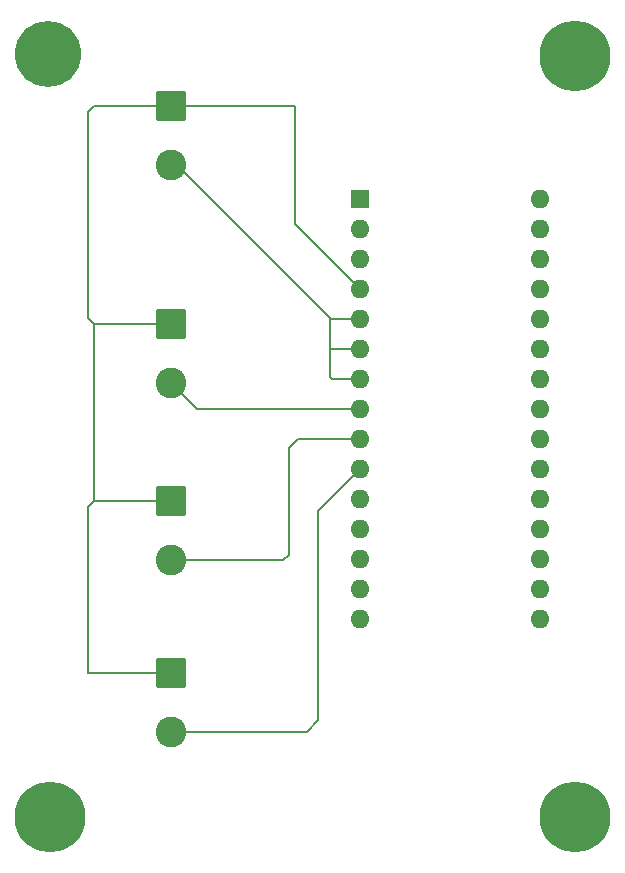
<source format=gtl>
%TF.GenerationSoftware,KiCad,Pcbnew,9.0.0*%
%TF.CreationDate,2025-04-01T16:17:38+02:00*%
%TF.ProjectId,three_camera_trigger_arduino,74687265-655f-4636-916d-6572615f7472,rev?*%
%TF.SameCoordinates,Original*%
%TF.FileFunction,Copper,L1,Top*%
%TF.FilePolarity,Positive*%
%FSLAX46Y46*%
G04 Gerber Fmt 4.6, Leading zero omitted, Abs format (unit mm)*
G04 Created by KiCad (PCBNEW 9.0.0) date 2025-04-01 16:17:38*
%MOMM*%
%LPD*%
G01*
G04 APERTURE LIST*
G04 Aperture macros list*
%AMRoundRect*
0 Rectangle with rounded corners*
0 $1 Rounding radius*
0 $2 $3 $4 $5 $6 $7 $8 $9 X,Y pos of 4 corners*
0 Add a 4 corners polygon primitive as box body*
4,1,4,$2,$3,$4,$5,$6,$7,$8,$9,$2,$3,0*
0 Add four circle primitives for the rounded corners*
1,1,$1+$1,$2,$3*
1,1,$1+$1,$4,$5*
1,1,$1+$1,$6,$7*
1,1,$1+$1,$8,$9*
0 Add four rect primitives between the rounded corners*
20,1,$1+$1,$2,$3,$4,$5,0*
20,1,$1+$1,$4,$5,$6,$7,0*
20,1,$1+$1,$6,$7,$8,$9,0*
20,1,$1+$1,$8,$9,$2,$3,0*%
G04 Aperture macros list end*
%TA.AperFunction,ComponentPad*%
%ADD10C,3.400000*%
%TD*%
%TA.AperFunction,ConnectorPad*%
%ADD11C,6.000000*%
%TD*%
%TA.AperFunction,ComponentPad*%
%ADD12C,3.600000*%
%TD*%
%TA.AperFunction,ConnectorPad*%
%ADD13C,5.600000*%
%TD*%
%TA.AperFunction,ComponentPad*%
%ADD14C,2.600000*%
%TD*%
%TA.AperFunction,ComponentPad*%
%ADD15RoundRect,0.250000X-1.050000X1.050000X-1.050000X-1.050000X1.050000X-1.050000X1.050000X1.050000X0*%
%TD*%
%TA.AperFunction,ComponentPad*%
%ADD16R,1.600000X1.600000*%
%TD*%
%TA.AperFunction,ComponentPad*%
%ADD17O,1.600000X1.600000*%
%TD*%
%TA.AperFunction,Conductor*%
%ADD18C,0.200000*%
%TD*%
G04 APERTURE END LIST*
D10*
%TO.P,REF\u002A\u002A,1*%
%TO.N,N/C*%
X126700000Y-75300000D03*
D11*
X126700000Y-75300000D03*
%TD*%
D10*
%TO.P,REF\u002A\u002A,1*%
%TO.N,N/C*%
X126700000Y-139700000D03*
D11*
X126700000Y-139700000D03*
%TD*%
D10*
%TO.P,REF\u002A\u002A,1*%
%TO.N,N/C*%
X82300000Y-139700000D03*
D11*
X82300000Y-139700000D03*
%TD*%
D12*
%TO.P,REF\u002A\u002A,1*%
%TO.N,N/C*%
X82100000Y-75100000D03*
D13*
X82100000Y-75100000D03*
%TD*%
D14*
%TO.P,J4,2,Pin_2*%
%TO.N,Net-(A1-D7)*%
X92500000Y-132500000D03*
D15*
%TO.P,J4,1,Pin_1*%
%TO.N,Net-(J1-Pin_1)*%
X92500000Y-127500000D03*
%TD*%
D14*
%TO.P,J3,2,Pin_2*%
%TO.N,Net-(A1-D6)*%
X92500000Y-118000000D03*
D15*
%TO.P,J3,1,Pin_1*%
%TO.N,Net-(J1-Pin_1)*%
X92500000Y-113000000D03*
%TD*%
%TO.P,J2,1,Pin_1*%
%TO.N,Net-(J1-Pin_1)*%
X92500000Y-98000000D03*
D14*
%TO.P,J2,2,Pin_2*%
%TO.N,Net-(A1-D5)*%
X92500000Y-103000000D03*
%TD*%
D15*
%TO.P,J1,1,Pin_1*%
%TO.N,Net-(J1-Pin_1)*%
X92500000Y-79500000D03*
D14*
%TO.P,J1,2,Pin_2*%
%TO.N,Net-(A1-D2)*%
X92500000Y-84500000D03*
%TD*%
D16*
%TO.P,A1,1,D1/TX*%
%TO.N,unconnected-(A1-D1{slash}TX-Pad1)*%
X108500000Y-87420000D03*
D17*
%TO.P,A1,2,D0/RX*%
%TO.N,unconnected-(A1-D0{slash}RX-Pad2)*%
X108500000Y-89960000D03*
%TO.P,A1,3,~{RESET}*%
%TO.N,unconnected-(A1-~{RESET}-Pad3)*%
X108500000Y-92500000D03*
%TO.P,A1,4,GND*%
%TO.N,Net-(J1-Pin_1)*%
X108500000Y-95040000D03*
%TO.P,A1,5,D2*%
%TO.N,Net-(A1-D2)*%
X108500000Y-97580000D03*
%TO.P,A1,6,D3*%
X108500000Y-100120000D03*
%TO.P,A1,7,D4*%
X108500000Y-102660000D03*
%TO.P,A1,8,D5*%
%TO.N,Net-(A1-D5)*%
X108500000Y-105200000D03*
%TO.P,A1,9,D6*%
%TO.N,Net-(A1-D6)*%
X108500000Y-107740000D03*
%TO.P,A1,10,D7*%
%TO.N,Net-(A1-D7)*%
X108500000Y-110280000D03*
%TO.P,A1,11,D8*%
%TO.N,unconnected-(A1-D8-Pad11)*%
X108500000Y-112820000D03*
%TO.P,A1,12,D9*%
%TO.N,unconnected-(A1-D9-Pad12)*%
X108500000Y-115360000D03*
%TO.P,A1,13,D10*%
%TO.N,unconnected-(A1-D10-Pad13)*%
X108500000Y-117900000D03*
%TO.P,A1,14,D11*%
%TO.N,unconnected-(A1-D11-Pad14)*%
X108500000Y-120440000D03*
%TO.P,A1,15,D12*%
%TO.N,unconnected-(A1-D12-Pad15)*%
X108500000Y-122980000D03*
%TO.P,A1,16,D13*%
%TO.N,unconnected-(A1-D13-Pad16)*%
X123740000Y-122980000D03*
%TO.P,A1,17,3V3*%
%TO.N,unconnected-(A1-3V3-Pad17)*%
X123740000Y-120440000D03*
%TO.P,A1,18,AREF*%
%TO.N,unconnected-(A1-AREF-Pad18)*%
X123740000Y-117900000D03*
%TO.P,A1,19,A0*%
%TO.N,unconnected-(A1-A0-Pad19)*%
X123740000Y-115360000D03*
%TO.P,A1,20,A1*%
%TO.N,unconnected-(A1-A1-Pad20)*%
X123740000Y-112820000D03*
%TO.P,A1,21,A2*%
%TO.N,unconnected-(A1-A2-Pad21)*%
X123740000Y-110280000D03*
%TO.P,A1,22,A3*%
%TO.N,unconnected-(A1-A3-Pad22)*%
X123740000Y-107740000D03*
%TO.P,A1,23,A4*%
%TO.N,unconnected-(A1-A4-Pad23)*%
X123740000Y-105200000D03*
%TO.P,A1,24,A5*%
%TO.N,unconnected-(A1-A5-Pad24)*%
X123740000Y-102660000D03*
%TO.P,A1,25,A6*%
%TO.N,unconnected-(A1-A6-Pad25)*%
X123740000Y-100120000D03*
%TO.P,A1,26,A7*%
%TO.N,unconnected-(A1-A7-Pad26)*%
X123740000Y-97580000D03*
%TO.P,A1,27,+5V*%
%TO.N,unconnected-(A1-+5V-Pad27)*%
X123740000Y-95040000D03*
%TO.P,A1,28,~{RESET}*%
%TO.N,unconnected-(A1-~{RESET}-Pad28)*%
X123740000Y-92500000D03*
%TO.P,A1,29,GND*%
%TO.N,unconnected-(A1-GND-Pad29)*%
X123740000Y-89960000D03*
%TO.P,A1,30,VIN*%
%TO.N,unconnected-(A1-VIN-Pad30)*%
X123740000Y-87420000D03*
%TD*%
D18*
%TO.N,Net-(J1-Pin_1)*%
X92500000Y-127500000D02*
X85500000Y-127500000D01*
%TO.N,Net-(A1-D2)*%
X106000000Y-102500000D02*
X106000000Y-100000000D01*
X106160000Y-102660000D02*
X106000000Y-102500000D01*
X108500000Y-102660000D02*
X106160000Y-102660000D01*
X106000000Y-97500000D02*
X106080000Y-97580000D01*
X106000000Y-100000000D02*
X106000000Y-97500000D01*
X106120000Y-100120000D02*
X106000000Y-100000000D01*
X108500000Y-100120000D02*
X106120000Y-100120000D01*
X106080000Y-97580000D02*
X108500000Y-97580000D01*
X93000000Y-84500000D02*
X106000000Y-97500000D01*
X92500000Y-84500000D02*
X93000000Y-84500000D01*
%TO.N,Net-(A1-D5)*%
X94700000Y-105200000D02*
X108500000Y-105200000D01*
X92500000Y-103000000D02*
X94700000Y-105200000D01*
%TO.N,Net-(A1-D6)*%
X102500000Y-108500000D02*
X103260000Y-107740000D01*
X102500000Y-117500000D02*
X102500000Y-108500000D01*
X103260000Y-107740000D02*
X108500000Y-107740000D01*
X92500000Y-118000000D02*
X102000000Y-118000000D01*
X102000000Y-118000000D02*
X102500000Y-117500000D01*
%TO.N,Net-(A1-D7)*%
X105000000Y-131500000D02*
X105000000Y-113780000D01*
X105000000Y-113780000D02*
X108500000Y-110280000D01*
X104000000Y-132500000D02*
X105000000Y-131500000D01*
X92500000Y-132500000D02*
X104000000Y-132500000D01*
%TO.N,Net-(J1-Pin_1)*%
X85500000Y-113500000D02*
X86000000Y-113000000D01*
X85500000Y-127500000D02*
X85500000Y-113500000D01*
X86000000Y-113000000D02*
X86000000Y-98000000D01*
X92500000Y-113000000D02*
X86000000Y-113000000D01*
X86000000Y-79500000D02*
X92500000Y-79500000D01*
X85500000Y-80000000D02*
X86000000Y-79500000D01*
X85500000Y-97500000D02*
X85500000Y-80000000D01*
X92500000Y-98000000D02*
X86000000Y-98000000D01*
X86000000Y-98000000D02*
X85500000Y-97500000D01*
X103000000Y-89540000D02*
X108500000Y-95040000D01*
X92500000Y-79500000D02*
X103000000Y-79500000D01*
X103000000Y-79500000D02*
X103000000Y-89540000D01*
%TD*%
M02*

</source>
